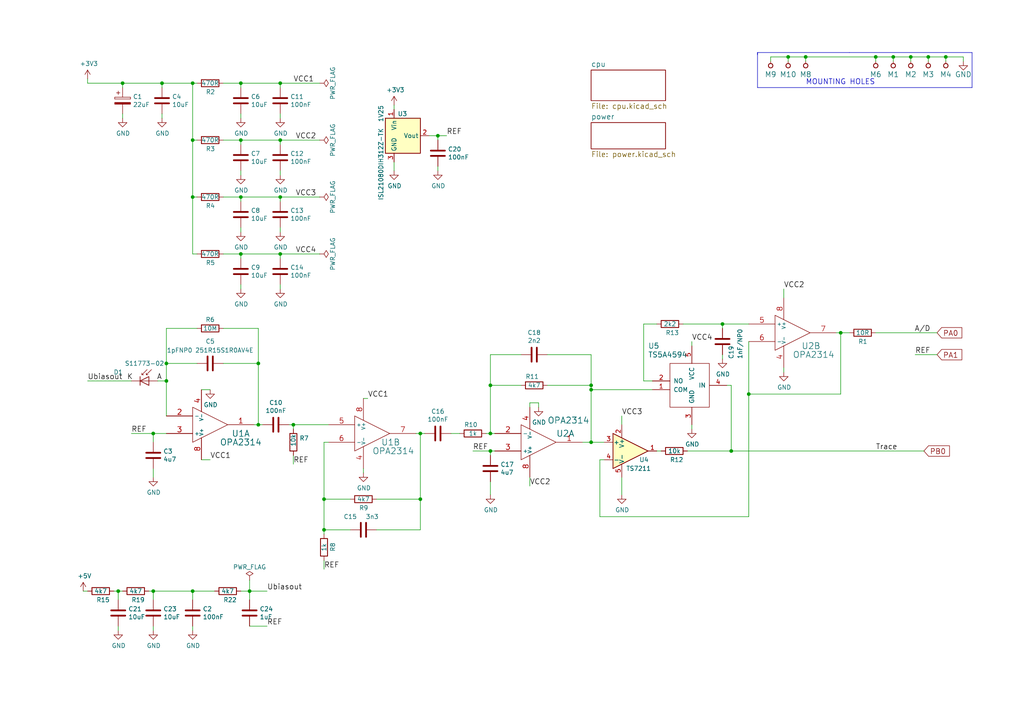
<source format=kicad_sch>
(kicad_sch (version 20230121) (generator eeschema)
  (paper "A4")
  (title_block (title "SPACEDOS01B") (date "2023-01-26") (company "www.ust.cz") (comment 1 "Semiconductor \\nIonizing radiation \\nsatellite spectrometer  \\nand dosimeter ") (comment 3 "Universal Scientific Technologies s.r.o. "))
  (lib_symbols
    (symbol "Amplifier_Operational:OP179GRT" (pin_names (offset 0.127))
      (property "Reference" "U" (at 0 5.08 0))
      (property "Value" "Amplifier_Operational_OP179GRT" (at 0 -5.08 0))
      (symbol "OP179GRT_0_1"
        (polyline (pts (xy -5.08 5.08) (xy 5.08 0) (xy -5.08 -5.08) (xy -5.08 5.08)) (stroke (width 0.254)) (fill (type background)))
        (pin power_in line (at -2.54 7.62 270) (length 3.81) (name "V+") (number "2"))
        (pin power_in line (at -2.54 -7.62 90) (length 3.81) (name "V-") (number "5"))
      )
      (symbol "OP179GRT_1_1"
        (pin output line (at 7.62 0 180) (length 2.54) (name "~") (number "1"))
        (pin input line (at -7.62 2.54 0) (length 2.54) (name "+") (number "3"))
        (pin input line (at -7.62 -2.54 0) (length 2.54) (name "-") (number "4"))
      )
    )
    (symbol "Device:C" (pin_numbers hide) (pin_names (offset 0.254))
      (property "Reference" "C" (at 0.635 2.54 0))
      (property "Value" "Device_C" (at 0.635 -2.54 0))
      (symbol "C_0_1"
        (polyline (pts (xy -2.032 -0.762) (xy 2.032 -0.762)) (stroke (width 0.508)))
        (polyline (pts (xy -2.032 0.762) (xy 2.032 0.762)) (stroke (width 0.508)))
      )
      (symbol "C_1_1"
        (pin passive line (at 0 3.81 270) (length 2.794) (name "~") (number "1"))
        (pin passive line (at 0 -3.81 90) (length 2.794) (name "~") (number "2"))
      )
    )
    (symbol "Device:CP" (pin_numbers hide) (pin_names (offset 0.254))
      (property "Reference" "C" (at 0.635 2.54 0))
      (property "Value" "Device_CP" (at 0.635 -2.54 0))
      (symbol "CP_0_1"
        (rectangle (start -2.286 0.508) (end -2.286 1.016))
        (rectangle (start -2.286 0.508) (end 2.286 0.508))
        (polyline (pts (xy -1.778 2.286) (xy -0.762 2.286)))
        (polyline (pts (xy -1.27 2.794) (xy -1.27 1.778)))
        (rectangle (start 2.286 -0.508) (end -2.286 -1.016) (fill (type outline)))
        (rectangle (start 2.286 1.016) (end -2.286 1.016))
        (rectangle (start 2.286 1.016) (end 2.286 0.508))
      )
      (symbol "CP_1_1"
        (pin passive line (at 0 3.81 270) (length 2.794) (name "~") (number "1"))
        (pin passive line (at 0 -3.81 90) (length 2.794) (name "~") (number "2"))
      )
    )
    (symbol "Device:D_Photo" (pin_numbers hide) (pin_names hide)
      (property "Reference" "D" (at 0.508 1.778 0))
      (property "Value" "Device_D_Photo" (at -1.016 -2.794 0))
      (symbol "D_Photo_0_1"
        (polyline (pts (xy -2.54 1.27) (xy -2.54 -1.27)) (stroke (width 0.2032)))
        (polyline (pts (xy -2.032 1.778) (xy -1.524 1.778)))
        (polyline (pts (xy 0 0) (xy -2.54 0)))
        (polyline (pts (xy -0.508 3.302) (xy -2.032 1.778) (xy -2.032 2.286)))
        (polyline (pts (xy 0 -1.27) (xy 0 1.27) (xy -2.54 0) (xy 0 -1.27)) (stroke (width 0.2032)))
        (polyline (pts (xy 0.762 3.302) (xy -0.762 1.778) (xy -0.762 2.286) (xy -0.762 1.778) (xy -0.254 1.778)))
      )
      (symbol "D_Photo_1_1"
        (pin passive line (at -5.08 0 0) (length 2.54) (name "K") (number "1"))
        (pin passive line (at 2.54 0 180) (length 2.54) (name "A") (number "2"))
      )
    )
    (symbol "Device:R" (pin_numbers hide) (pin_names (offset 0))
      (property "Reference" "R" (at 2.032 0 90))
      (property "Value" "Device_R" (at 0 0 90))
      (symbol "R_0_1"
        (rectangle (start -1.016 -2.54) (end 1.016 2.54) (stroke (width 0.254)))
      )
      (symbol "R_1_1"
        (pin passive line (at 0 3.81 270) (length 1.27) (name "~") (number "1"))
        (pin passive line (at 0 -3.81 90) (length 1.27) (name "~") (number "2"))
      )
    )
    (symbol "MLAB_IO:AD8692"
      (property "Reference" "U" (at 3.81 7.62 0))
      (property "Value" "MLAB_IO_AD8692" (at 3.81 5.08 0))
      (symbol "AD8692_0_1"
        (polyline (pts (xy -5.08 5.08) (xy 5.08 0) (xy -5.08 -5.08) (xy -5.08 5.08)))
      )
      (symbol "AD8692_1_1"
        (pin output line (at 12.7 0 180) (length 7.62) (name "~") (number "1"))
        (pin input line (at -12.7 -2.54 0) (length 7.62) (name "-") (number "2"))
        (pin input line (at -12.7 2.54 0) (length 7.62) (name "+") (number "3"))
        (pin passive line (at -2.54 -10.16 90) (length 6.35) (name "V-") (number "4"))
        (pin passive line (at -2.54 10.16 270) (length 6.35) (name "V+") (number "8"))
      )
      (symbol "AD8692_2_1"
        (pin passive line (at -2.54 -10.16 90) (length 6.35) (name "V-") (number "4"))
        (pin input line (at -12.7 2.54 0) (length 7.62) (name "+") (number "5"))
        (pin input line (at -12.7 -2.54 0) (length 7.62) (name "-") (number "6"))
        (pin output line (at 12.7 0 180) (length 7.62) (name "~") (number "7"))
        (pin passive line (at -2.54 10.16 270) (length 6.35) (name "V+") (number "8"))
      )
    )
    (symbol "MLAB_IO:TS5A4594" (pin_names (offset 1.016))
      (property "Reference" "U" (at 3.81 7.62 0))
      (property "Value" "MLAB_IO_TS5A4594" (at 6.35 -7.62 0))
      (symbol "TS5A4594_0_1"
        (rectangle (start -6.35 6.35) (end 5.08 -6.35))
      )
      (symbol "TS5A4594_1_1"
        (pin passive line (at -11.43 -1.27 0) (length 5.08) (name "COM") (number "1"))
        (pin passive line (at -11.43 1.27 0) (length 5.08) (name "NO") (number "2"))
        (pin power_in line (at 0 -11.43 90) (length 5.08) (name "GND") (number "3"))
        (pin bidirectional line (at 10.16 0 180) (length 5.08) (name "IN") (number "4"))
        (pin power_in line (at 0 11.43 270) (length 5.08) (name "VCC") (number "5"))
      )
    )
    (symbol "MLAB_MECHANICAL:HOLE" (pin_numbers hide) (pin_names (offset 1.016) hide)
      (property "Reference" "M" (at 0 2.54 0))
      (property "Value" "HOLE" (at 0 -2.54 0))
      (symbol "HOLE_0_1"
        (circle (center 0 0) (radius 0.635) (stroke (width 0.254)))
      )
      (symbol "HOLE_1_1"
        (pin input line (at 1.27 0 180) (length 0.635) (name "~") (number "1"))
      )
    )
    (symbol "Reference_Voltage:ISL21070CIH320Z-TK"
      (property "Reference" "U" (at -0.635 8.255 0))
      (property "Value" "Reference_Voltage_ISL21070CIH320Z-TK" (at -1.905 6.35 0))
      (symbol "ISL21070CIH320Z-TK_0_1"
        (rectangle (start -5.08 5.08) (end 5.08 -5.08) (stroke (width 0.254)) (fill (type background)))
      )
      (symbol "ISL21070CIH320Z-TK_1_1"
        (pin power_in line (at -2.54 7.62 270) (length 2.54) (name "Vin") (number "1"))
        (pin power_out line (at 7.62 0 180) (length 2.54) (name "Vout") (number "2"))
        (pin power_in line (at -2.54 -7.62 90) (length 2.54) (name "GND") (number "3"))
      )
    )
    (symbol "power:+3.3V" (power) (pin_names (offset 0))
      (property "Value" "power_+3.3V" (at 0 3.556 0))
      (symbol "+3.3V_0_1"
        (polyline (pts (xy -0.762 1.27) (xy 0 2.54)))
        (polyline (pts (xy 0 0) (xy 0 2.54)))
        (polyline (pts (xy 0 2.54) (xy 0.762 1.27)))
      )
      (symbol "+3.3V_1_1"
        (pin power_in line (at 0 0 90) (length 0) hide (name "+3V3") (number "1"))
      )
    )
    (symbol "power:+5V" (power) (pin_names (offset 0))
      (property "Value" "power_+5V" (at 0 3.556 0))
      (symbol "+5V_0_1"
        (polyline (pts (xy -0.762 1.27) (xy 0 2.54)))
        (polyline (pts (xy 0 0) (xy 0 2.54)))
        (polyline (pts (xy 0 2.54) (xy 0.762 1.27)))
      )
      (symbol "+5V_1_1"
        (pin power_in line (at 0 0 90) (length 0) hide (name "+5V") (number "1"))
      )
    )
    (symbol "power:GND" (power) (pin_names (offset 0))
      (property "Value" "power_GND" (at 0 -3.81 0))
      (symbol "GND_0_1"
        (polyline (pts (xy 0 0) (xy 0 -1.27) (xy 1.27 -1.27) (xy 0 -2.54) (xy -1.27 -1.27) (xy 0 -1.27)))
      )
      (symbol "GND_1_1"
        (pin power_in line (at 0 0 270) (length 0) hide (name "GND") (number "1"))
      )
    )
    (symbol "power:PWR_FLAG" (power) (pin_numbers hide) (pin_names (offset 0) hide)
      (property "Value" "PWR_FLAG" (at 0 3.81 0))
      (symbol "PWR_FLAG_0_0"
        (pin power_out line (at 0 0 90) (length 0) (name "pwr") (number "1"))
      )
      (symbol "PWR_FLAG_0_1"
        (polyline (pts (xy 0 0) (xy 0 1.27) (xy -1.016 1.905) (xy 0 2.54) (xy 1.016 1.905) (xy 0 1.27)))
      )
    )
  )
  (junction (at 46.99 24.13))
  (junction (at 74.93 123.19))
  (junction (at 209.55 93.98))
  (junction (at 44.45 125.73))
  (junction (at 55.88 171.45))
  (junction (at 171.45 111.76))
  (junction (at 233.68 16.51))
  (junction (at 69.85 24.13))
  (junction (at 269.24 16.51))
  (junction (at 69.85 57.15))
  (junction (at 55.88 57.15))
  (junction (at 142.24 111.76))
  (junction (at 35.56 24.13))
  (junction (at 48.26 110.49))
  (junction (at 81.28 24.13))
  (junction (at 142.24 125.73))
  (junction (at 121.92 144.78))
  (junction (at 81.28 40.64))
  (junction (at 212.09 130.81))
  (junction (at 228.6 16.51))
  (junction (at 85.09 123.19))
  (junction (at 48.26 105.41))
  (junction (at 264.16 16.51))
  (junction (at 44.45 171.45))
  (junction (at 55.88 40.64))
  (junction (at 81.28 57.15))
  (junction (at 72.39 171.45))
  (junction (at 142.24 130.81))
  (junction (at 74.93 105.41))
  (junction (at 274.32 16.51))
  (junction (at 254 16.51))
  (junction (at 171.45 113.03))
  (junction (at 127 39.37))
  (junction (at 81.28 73.66))
  (junction (at 93.98 153.67))
  (junction (at 259.08 16.51))
  (junction (at 243.84 96.52))
  (junction (at 171.45 128.27))
  (junction (at 55.88 24.13))
  (junction (at 121.92 125.73))
  (junction (at 69.85 40.64))
  (junction (at 93.98 144.78))
  (junction (at 217.17 114.3))
  (junction (at 69.85 73.66))
  (junction (at 34.29 171.45))
  (wire (pts (xy 274.32 16.51) (xy 269.24 16.51)))
  (wire (pts (xy 34.29 182.88) (xy 34.29 181.61)))
  (wire (pts (xy 69.85 67.31) (xy 69.85 66.04)))
  (wire (pts (xy 233.68 16.51) (xy 254 16.51)))
  (wire (pts (xy 212.09 111.76) (xy 210.82 111.76)))
  (wire (pts (xy 198.12 93.98) (xy 209.55 93.98)))
  (wire (pts (xy 171.45 102.87) (xy 171.45 111.76)))
  (wire (pts (xy 24.13 171.45) (xy 25.4 171.45)))
  (wire (pts (xy 142.24 130.81) (xy 142.24 132.08)))
  (wire (pts (xy 217.17 99.06) (xy 217.17 114.3)))
  (wire (pts (xy 69.85 57.15) (xy 81.28 57.15)))
  (wire (pts (xy 81.28 67.31) (xy 81.28 66.04)))
  (wire (pts (xy 72.39 181.61) (xy 77.47 181.61)))
  (wire (pts (xy 265.43 102.87) (xy 271.78 102.87)))
  (wire (pts (xy 186.69 110.49) (xy 186.69 93.98)))
  (wire (pts (xy 180.34 123.19) (xy 180.34 120.65)))
  (wire (pts (xy 279.4 17.78) (xy 279.4 16.51)))
  (wire (pts (xy 57.15 40.64) (xy 55.88 40.64)))
  (wire (pts (xy 81.28 50.8) (xy 81.28 49.53)))
  (polyline (pts (xy 246.38 25.4) (xy 281.94 25.4)))
  (wire (pts (xy 153.67 118.11) (xy 153.67 116.84)))
  (wire (pts (xy 81.28 58.42) (xy 81.28 57.15)))
  (wire (pts (xy 35.56 25.4) (xy 35.56 24.13)))
  (wire (pts (xy 121.92 144.78) (xy 109.22 144.78)))
  (wire (pts (xy 212.09 111.76) (xy 212.09 130.81)))
  (wire (pts (xy 74.93 123.19) (xy 76.2 123.19)))
  (wire (pts (xy 189.23 110.49) (xy 186.69 110.49)))
  (wire (pts (xy 25.4 110.49) (xy 38.1 110.49)))
  (wire (pts (xy 64.77 73.66) (xy 69.85 73.66)))
  (wire (pts (xy 81.28 74.93) (xy 81.28 73.66)))
  (wire (pts (xy 95.25 128.27) (xy 93.98 128.27)))
  (wire (pts (xy 212.09 130.81) (xy 267.97 130.81)))
  (wire (pts (xy 151.13 111.76) (xy 142.24 111.76)))
  (wire (pts (xy 153.67 138.43) (xy 153.67 140.97)))
  (wire (pts (xy 25.4 24.13) (xy 35.56 24.13)))
  (wire (pts (xy 233.68 16.51) (xy 233.68 17.78)))
  (wire (pts (xy 34.29 171.45) (xy 35.56 171.45)))
  (wire (pts (xy 121.92 125.73) (xy 121.92 144.78)))
  (wire (pts (xy 142.24 102.87) (xy 151.13 102.87)))
  (wire (pts (xy 264.16 16.51) (xy 259.08 16.51)))
  (wire (pts (xy 81.28 73.66) (xy 92.71 73.66)))
  (wire (pts (xy 227.33 107.95) (xy 227.33 106.68)))
  (wire (pts (xy 69.85 73.66) (xy 81.28 73.66)))
  (wire (pts (xy 153.67 116.84) (xy 156.21 116.84)))
  (wire (pts (xy 74.93 105.41) (xy 74.93 123.19)))
  (wire (pts (xy 64.77 40.64) (xy 69.85 40.64)))
  (wire (pts (xy 142.24 111.76) (xy 142.24 102.87)))
  (wire (pts (xy 209.55 93.98) (xy 209.55 95.25)))
  (wire (pts (xy 81.28 25.4) (xy 81.28 24.13)))
  (wire (pts (xy 105.41 137.16) (xy 105.41 135.89)))
  (wire (pts (xy 142.24 139.7) (xy 142.24 143.51)))
  (wire (pts (xy 200.66 124.46) (xy 200.66 123.19)))
  (wire (pts (xy 64.77 24.13) (xy 69.85 24.13)))
  (wire (pts (xy 209.55 93.98) (xy 217.17 93.98)))
  (wire (pts (xy 69.85 171.45) (xy 72.39 171.45)))
  (wire (pts (xy 72.39 171.45) (xy 77.47 171.45)))
  (wire (pts (xy 209.55 104.14) (xy 209.55 102.87)))
  (wire (pts (xy 227.33 86.36) (xy 227.33 83.82)))
  (wire (pts (xy 43.18 171.45) (xy 44.45 171.45)))
  (wire (pts (xy 264.16 17.78) (xy 264.16 16.51)))
  (wire (pts (xy 64.77 95.25) (xy 74.93 95.25)))
  (wire (pts (xy 259.08 16.51) (xy 259.08 17.78)))
  (wire (pts (xy 142.24 125.73) (xy 143.51 125.73)))
  (wire (pts (xy 243.84 96.52) (xy 246.38 96.52)))
  (wire (pts (xy 46.99 25.4) (xy 46.99 24.13)))
  (wire (pts (xy 223.52 16.51) (xy 223.52 17.78)))
  (wire (pts (xy 156.21 116.84) (xy 156.21 118.11)))
  (polyline (pts (xy 219.71 15.24) (xy 219.71 15.875)))
  (wire (pts (xy 143.51 130.81) (xy 142.24 130.81)))
  (wire (pts (xy 121.92 153.67) (xy 121.92 144.78)))
  (wire (pts (xy 46.99 34.29) (xy 46.99 33.02)))
  (wire (pts (xy 171.45 113.03) (xy 171.45 128.27)))
  (wire (pts (xy 140.97 125.73) (xy 142.24 125.73)))
  (wire (pts (xy 81.28 24.13) (xy 92.71 24.13)))
  (wire (pts (xy 114.3 46.99) (xy 114.3 49.53)))
  (wire (pts (xy 130.81 125.73) (xy 133.35 125.73)))
  (wire (pts (xy 69.85 41.91) (xy 69.85 40.64)))
  (wire (pts (xy 38.1 125.73) (xy 44.45 125.73)))
  (wire (pts (xy 254 16.51) (xy 259.08 16.51)))
  (wire (pts (xy 158.75 102.87) (xy 171.45 102.87)))
  (wire (pts (xy 279.4 16.51) (xy 274.32 16.51)))
  (wire (pts (xy 57.15 57.15) (xy 55.88 57.15)))
  (wire (pts (xy 199.39 130.81) (xy 212.09 130.81)))
  (wire (pts (xy 81.28 83.82) (xy 81.28 82.55)))
  (wire (pts (xy 93.98 162.56) (xy 93.98 165.1)))
  (wire (pts (xy 180.34 143.51) (xy 180.34 138.43)))
  (wire (pts (xy 81.28 41.91) (xy 81.28 40.64)))
  (wire (pts (xy 69.85 58.42) (xy 69.85 57.15)))
  (wire (pts (xy 72.39 171.45) (xy 72.39 173.99)))
  (wire (pts (xy 55.88 73.66) (xy 57.15 73.66)))
  (wire (pts (xy 93.98 153.67) (xy 93.98 154.94)))
  (wire (pts (xy 64.77 57.15) (xy 69.85 57.15)))
  (wire (pts (xy 233.68 16.51) (xy 228.6 16.51)))
  (wire (pts (xy 58.42 113.03) (xy 60.96 113.03)))
  (wire (pts (xy 33.02 171.45) (xy 34.29 171.45)))
  (wire (pts (xy 55.88 57.15) (xy 55.88 73.66)))
  (wire (pts (xy 74.93 95.25) (xy 74.93 105.41)))
  (wire (pts (xy 69.85 24.13) (xy 81.28 24.13)))
  (wire (pts (xy 85.09 124.46) (xy 85.09 123.19)))
  (polyline (pts (xy 219.71 15.24) (xy 219.71 25.4)))
  (wire (pts (xy 254 96.52) (xy 271.78 96.52)))
  (wire (pts (xy 48.26 105.41) (xy 57.15 105.41)))
  (wire (pts (xy 44.45 128.27) (xy 44.45 125.73)))
  (polyline (pts (xy 246.38 15.24) (xy 219.71 15.24)))
  (wire (pts (xy 55.88 24.13) (xy 55.88 40.64)))
  (wire (pts (xy 217.17 114.3) (xy 217.17 149.86)))
  (wire (pts (xy 72.39 168.275) (xy 72.39 171.45)))
  (wire (pts (xy 269.24 17.78) (xy 269.24 16.51)))
  (wire (pts (xy 44.45 173.99) (xy 44.45 171.45)))
  (wire (pts (xy 85.09 132.08) (xy 85.09 134.62)))
  (wire (pts (xy 228.6 16.51) (xy 223.52 16.51)))
  (wire (pts (xy 55.88 24.13) (xy 57.15 24.13)))
  (wire (pts (xy 200.66 100.33) (xy 200.66 99.06)))
  (polyline (pts (xy 219.71 25.4) (xy 246.38 25.4)))
  (polyline (pts (xy 281.94 15.24) (xy 281.94 25.4)))
  (wire (pts (xy 105.41 115.57) (xy 106.68 115.57)))
  (wire (pts (xy 173.99 149.86) (xy 173.99 133.35)))
  (wire (pts (xy 64.77 105.41) (xy 74.93 105.41)))
  (wire (pts (xy 81.28 57.15) (xy 92.71 57.15)))
  (wire (pts (xy 69.85 34.29) (xy 69.85 33.02)))
  (wire (pts (xy 74.93 123.19) (xy 73.66 123.19)))
  (wire (pts (xy 121.92 125.73) (xy 123.19 125.73)))
  (wire (pts (xy 93.98 144.78) (xy 93.98 153.67)))
  (wire (pts (xy 137.16 130.81) (xy 142.24 130.81)))
  (wire (pts (xy 93.98 128.27) (xy 93.98 144.78)))
  (wire (pts (xy 34.29 173.99) (xy 34.29 171.45)))
  (wire (pts (xy 69.85 83.82) (xy 69.85 82.55)))
  (wire (pts (xy 254 17.78) (xy 254 16.51)))
  (wire (pts (xy 274.32 17.78) (xy 274.32 16.51)))
  (wire (pts (xy 44.45 125.73) (xy 48.26 125.73)))
  (wire (pts (xy 58.42 133.35) (xy 60.96 133.35)))
  (wire (pts (xy 69.85 25.4) (xy 69.85 24.13)))
  (wire (pts (xy 45.72 110.49) (xy 48.26 110.49)))
  (wire (pts (xy 171.45 128.27) (xy 175.26 128.27)))
  (wire (pts (xy 48.26 95.25) (xy 48.26 105.41)))
  (wire (pts (xy 242.57 96.52) (xy 243.84 96.52)))
  (wire (pts (xy 55.88 182.88) (xy 55.88 181.61)))
  (wire (pts (xy 158.75 111.76) (xy 171.45 111.76)))
  (wire (pts (xy 228.6 17.78) (xy 228.6 16.51)))
  (wire (pts (xy 101.6 153.67) (xy 93.98 153.67)))
  (wire (pts (xy 114.3 30.48) (xy 114.3 31.75)))
  (wire (pts (xy 81.28 40.64) (xy 92.71 40.64)))
  (wire (pts (xy 55.88 171.45) (xy 62.23 171.45)))
  (wire (pts (xy 109.22 153.67) (xy 121.92 153.67)))
  (wire (pts (xy 173.99 133.35) (xy 175.26 133.35)))
  (wire (pts (xy 168.91 128.27) (xy 171.45 128.27)))
  (wire (pts (xy 35.56 34.29) (xy 35.56 33.02)))
  (wire (pts (xy 48.26 110.49) (xy 48.26 120.65)))
  (wire (pts (xy 243.84 96.52) (xy 243.84 114.3)))
  (wire (pts (xy 101.6 144.78) (xy 93.98 144.78)))
  (wire (pts (xy 190.5 130.81) (xy 191.77 130.81)))
  (wire (pts (xy 44.45 138.43) (xy 44.45 135.89)))
  (polyline (pts (xy 246.38 15.24) (xy 281.94 15.24)))
  (wire (pts (xy 44.45 171.45) (xy 55.88 171.45)))
  (wire (pts (xy 25.4 22.86) (xy 25.4 24.13)))
  (wire (pts (xy 81.28 34.29) (xy 81.28 33.02)))
  (wire (pts (xy 35.56 24.13) (xy 46.99 24.13)))
  (wire (pts (xy 44.45 182.88) (xy 44.45 181.61)))
  (wire (pts (xy 120.65 125.73) (xy 121.92 125.73)))
  (wire (pts (xy 83.82 123.19) (xy 85.09 123.19)))
  (wire (pts (xy 186.69 93.98) (xy 190.5 93.98)))
  (wire (pts (xy 69.85 40.64) (xy 81.28 40.64)))
  (wire (pts (xy 55.88 40.64) (xy 55.88 57.15)))
  (wire (pts (xy 127 40.64) (xy 127 39.37)))
  (wire (pts (xy 85.09 123.19) (xy 95.25 123.19)))
  (wire (pts (xy 171.45 111.76) (xy 171.45 113.03)))
  (wire (pts (xy 69.85 74.93) (xy 69.85 73.66)))
  (wire (pts (xy 55.88 173.99) (xy 55.88 171.45)))
  (wire (pts (xy 269.24 16.51) (xy 264.16 16.51)))
  (wire (pts (xy 48.26 105.41) (xy 48.26 110.49)))
  (wire (pts (xy 217.17 149.86) (xy 173.99 149.86)))
  (wire (pts (xy 142.24 125.73) (xy 142.24 111.76)))
  (wire (pts (xy 69.85 50.8) (xy 69.85 49.53)))
  (wire (pts (xy 57.15 95.25) (xy 48.26 95.25)))
  (wire (pts (xy 124.46 39.37) (xy 127 39.37)))
  (wire (pts (xy 127 49.53) (xy 127 48.26)))
  (wire (pts (xy 46.99 24.13) (xy 55.88 24.13)))
  (wire (pts (xy 127 39.37) (xy 129.54 39.37)))
  (wire (pts (xy 171.45 113.03) (xy 189.23 113.03)))
  (wire (pts (xy 243.84 114.3) (xy 217.17 114.3)))
  (text "MOUNTING HOLES" (at 233.68 24.765 0) (effects (font (size 1.524 1.524)) (justify left bottom)))
  (label "REF" (at 129.54 39.37 0) (effects (font (size 1.524 1.524))))
  (label "REF" (at 93.98 165.1 0) (effects (font (size 1.524 1.524))))
  (label "VCC4" (at 200.66 99.06 0) (effects (font (size 1.524 1.524))))
  (label "Ubiasout" (at 77.47 171.45 0) (effects (font (size 1.524 1.524))))
  (label "A/D" (at 269.875 96.52 180) (effects (font (size 1.524 1.524))))
  (label "VCC2" (at 153.67 140.97 0) (effects (font (size 1.524 1.524))))
  (label "A" (at 46.99 110.49 180) (effects (font (size 1.524 1.524))))
  (label "VCC3" (at 180.34 120.65 0) (effects (font (size 1.524 1.524))))
  (label "REF" (at 265.43 102.87 0) (effects (font (size 1.524 1.524))))
  (label "VCC1" (at 85.09 24.13 0) (effects (font (size 1.524 1.524))))
  (label "REF" (at 85.09 134.62 0) (effects (font (size 1.524 1.524))))
  (label "REF" (at 77.47 181.61 0) (effects (font (size 1.524 1.524))))
  (label "VCC4" (at 85.725 73.66 0) (effects (font (size 1.524 1.524))))
  (label "VCC2" (at 227.33 83.82 0) (effects (font (size 1.524 1.524))))
  (label "VCC2" (at 85.725 40.64 0) (effects (font (size 1.524 1.524))))
  (label "REF" (at 38.1 125.73 0) (effects (font (size 1.524 1.524))))
  (label "Trace" (at 254 130.81 0) (effects (font (size 1.524 1.524))))
  (label "REF" (at 137.16 130.81 0) (effects (font (size 1.524 1.524))))
  (label "VCC1" (at 106.68 115.57 0) (effects (font (size 1.524 1.524))))
  (label "K" (at 36.83 110.49 0) (effects (font (size 1.524 1.524))))
  (label "Ubiasout" (at 25.4 110.49 0) (effects (font (size 1.524 1.524))))
  (label "VCC1" (at 60.96 133.35 0) (effects (font (size 1.524 1.524))))
  (label "VCC3" (at 85.725 57.15 0) (effects (font (size 1.524 1.524))))
  (global_label "PA0" (shape input) (at 271.78 96.52 0) (effects (font (size 1.524 1.524))) (property "Intersheetrefs" "${INTERSHEET_REFS}" (effects hide)))
  (global_label "PA1" (shape input) (at 271.78 102.87 0) (effects (font (size 1.524 1.524))) (property "Intersheetrefs" "${INTERSHEET_REFS}" (effects hide)))
  (global_label "PB0" (shape input) (at 267.97 130.81 0) (effects (font (size 1.524 1.524))) (property "Intersheetrefs" "${INTERSHEET_REFS}" (effects hide)))
  (symbol (lib_id "MLAB_MECHANICAL:HOLE") (at 264.16 19.05 90) (unit 1)
    (property "Reference" "M2" (at 264.16 21.59 90) (effects (font (size 1.524 1.524))))
    (property "Value" "HOLE" (effects hide))
    (property "Footprint" "Mlab_Mechanical:MountingHole_3mm" (effects hide))
  )
  (symbol (lib_id "MLAB_IO:AD8692") (at 60.96 123.19 0) (mirror x) (unit 1)
    (property "Reference" "U1" (at 69.85 125.73 0) (effects (font (size 1.778 1.778))))
    (property "Value" "OPA2314" (at 69.85 128.27 0) (effects (font (size 1.778 1.778))))
    (property "Footprint" "Mlab_IO:SOIC-8_3.9x4.9mm_Pitch1.27mm" (effects hide))
  )
  (symbol (lib_id "MLAB_IO:AD8692") (at 156.21 128.27 0) (mirror x) (unit 1)
    (property "Reference" "U2" (at 161.29 125.73 0) (effects (font (size 1.778 1.778)) (justify left)))
    (property "Value" "OPA2314" (at 158.75 121.92 0) (effects (font (size 1.778 1.778)) (justify left)))
    (property "Footprint" "Mlab_IO:SOIC-8_3.9x4.9mm_Pitch1.27mm" (effects hide))
  )
  (symbol (lib_id "MLAB_IO:AD8692") (at 107.95 125.73 0) (unit 2)
    (property "Reference" "U1" (at 110.49 128.27 0) (effects (font (size 1.778 1.778)) (justify left)))
    (property "Value" "OPA2314" (at 107.95 130.81 0) (effects (font (size 1.778 1.778)) (justify left)))
    (property "Footprint" "Mlab_IO:SOIC-8_3.9x4.9mm_Pitch1.27mm" (effects hide))
  )
  (symbol (lib_id "MLAB_IO:AD8692") (at 229.87 96.52 0) (unit 2)
    (property "Reference" "U2" (at 232.41 100.33 0) (effects (font (size 1.778 1.778)) (justify left)))
    (property "Value" "OPA2314" (at 229.87 102.87 0) (effects (font (size 1.778 1.778)) (justify left)))
    (property "Footprint" "Mlab_IO:SOIC-8_3.9x4.9mm_Pitch1.27mm" (effects hide))
  )
  (symbol (lib_id "Device:C") (at 44.45 132.08 0) (unit 1)
    (property "Reference" "C3" (at 47.371 130.9116 0) (effects (justify left)))
    (property "Value" "4u7" (at 47.371 133.223 0) (effects (justify left)))
    (property "Footprint" "Mlab_R:SMD-0805" (effects hide))
  )
  (symbol (lib_id "power:GND") (at 60.96 113.03 0) (unit 1)
    (property "Reference" "#PWR04" (effects hide))
    (property "Value" "GND" (at 61.087 117.4242 0))
  )
  (symbol (lib_id "power:GND") (at 105.41 137.16 0) (unit 1)
    (property "Reference" "#PWR05" (effects hide))
    (property "Value" "GND" (at 105.537 141.5542 0))
  )
  (symbol (lib_id "power:GND") (at 44.45 138.43 0) (unit 1)
    (property "Reference" "#PWR06" (effects hide))
    (property "Value" "GND" (at 44.577 142.8242 0))
  )
  (symbol (lib_id "Device:C") (at 60.96 105.41 270) (unit 1)
    (property "Reference" "C5" (at 60.96 99.0092 90))
    (property "Value" "1pFNP0 251R15S1R0AV4E" (at 60.96 101.6 90))
    (property "Footprint" "Mlab_R:SMD-0805" (effects hide))
  )
  (symbol (lib_id "Device:R") (at 60.96 95.25 270) (unit 1)
    (property "Reference" "R6" (at 60.96 92.71 90))
    (property "Value" "10M" (at 60.96 95.25 90))
    (property "Footprint" "Mlab_R:SMD-0805" (effects hide))
  )
  (symbol (lib_id "Device:R") (at 85.09 128.27 180) (unit 1)
    (property "Reference" "R7" (at 86.868 127.1016 0) (effects (justify right)))
    (property "Value" "10k" (at 85.09 129.54 90) (effects (justify right)))
    (property "Footprint" "Mlab_R:SMD-0805" (effects hide))
  )
  (symbol (lib_id "Device:C") (at 80.01 123.19 270) (unit 1)
    (property "Reference" "C10" (at 80.01 116.7892 90))
    (property "Value" "100nF" (at 80.01 119.1006 90))
    (property "Footprint" "Mlab_R:SMD-0805" (effects hide))
  )
  (symbol (lib_id "Device:R") (at 105.41 144.78 270) (unit 1)
    (property "Reference" "R9" (at 104.14 147.32 90) (effects (justify left)))
    (property "Value" "4k7" (at 105.41 144.78 90))
    (property "Footprint" "Mlab_R:SMD-0805" (effects hide))
  )
  (symbol (lib_id "Device:C") (at 105.41 153.67 270) (unit 1)
    (property "Reference" "C15" (at 101.6 149.86 90))
    (property "Value" "3n3" (at 107.95 149.86 90))
    (property "Footprint" "Mlab_R:SMD-0805" (effects hide))
  )
  (symbol (lib_id "Device:R") (at 93.98 158.75 0) (unit 1)
    (property "Reference" "R8" (at 96.52 160.02 90) (effects (justify left)))
    (property "Value" "1k" (at 93.98 158.75 90))
    (property "Footprint" "Mlab_R:SMD-0805" (effects hide))
  )
  (symbol (lib_id "Device:C") (at 127 125.73 270) (unit 1)
    (property "Reference" "C16" (at 127 119.3292 90))
    (property "Value" "100nF" (at 127 121.6406 90))
    (property "Footprint" "Mlab_R:SMD-0805" (effects hide))
  )
  (symbol (lib_id "Device:R") (at 137.16 125.73 270) (unit 1)
    (property "Reference" "R10" (at 134.62 123.19 90) (effects (justify left)))
    (property "Value" "1k" (at 137.16 125.73 90))
    (property "Footprint" "Mlab_R:SMD-0805" (effects hide))
  )
  (symbol (lib_id "Amplifier_Operational:OP179GRT") (at 182.88 130.81 0) (unit 1)
    (property "Reference" "U4" (at 185.42 133.35 0) (effects (justify left)))
    (property "Value" "TS7211" (at 181.61 135.89 0) (effects (justify left)))
    (property "Footprint" "Package_TO_SOT_SMD:SOT-23-5_HandSoldering" (effects hide))
    (property "Datasheet" "http://www.analog.com/media/en/technical-documentation/data-sheets/OP179_279.pdf" (effects hide))
  )
  (symbol (lib_id "MLAB_IO:TS5A4594") (at 200.66 111.76 0) (unit 1)
    (property "Reference" "U5" (at 187.96 100.33 0) (effects (font (size 1.524 1.524)) (justify left)))
    (property "Value" "TS5A4594" (at 187.96 102.87 0) (effects (font (size 1.524 1.524)) (justify left)))
    (property "Footprint" "Package_TO_SOT_SMD:SOT-23-5_HandSoldering" (effects hide))
  )
  (symbol (lib_id "Device:R") (at 195.58 130.81 270) (unit 1)
    (property "Reference" "R12" (at 194.31 133.35 90) (effects (justify left)))
    (property "Value" "10k" (at 195.58 130.81 90))
    (property "Footprint" "Mlab_R:SMD-0805" (effects hide))
  )
  (symbol (lib_id "Device:R") (at 194.31 93.98 270) (unit 1)
    (property "Reference" "R13" (at 193.04 96.52 90) (effects (justify left)))
    (property "Value" "2k2" (at 194.31 93.98 90))
    (property "Footprint" "Mlab_R:SMD-0805" (effects hide))
  )
  (symbol (lib_id "Device:C") (at 209.55 99.06 0) (unit 1)
    (property "Reference" "C19" (at 212.09 104.14 90) (effects (justify left)))
    (property "Value" "1nF/NP0" (at 214.63 104.14 90) (effects (justify left)))
    (property "Footprint" "Mlab_R:SMD-0805" (effects hide))
  )
  (symbol (lib_id "MLAB_MECHANICAL:HOLE") (at 269.24 19.05 90) (unit 1)
    (property "Reference" "M3" (at 269.24 21.59 90) (effects (font (size 1.524 1.524))))
    (property "Value" "HOLE" (effects hide))
    (property "Footprint" "Mlab_Mechanical:MountingHole_3mm" (effects hide))
  )
  (symbol (lib_id "MLAB_MECHANICAL:HOLE") (at 274.32 19.05 90) (unit 1)
    (property "Reference" "M4" (at 274.32 21.59 90) (effects (font (size 1.524 1.524))))
    (property "Value" "HOLE" (effects hide))
    (property "Footprint" "Mlab_Mechanical:MountingHole_3mm" (effects hide))
  )
  (symbol (lib_id "power:GND") (at 279.4 17.78 0) (unit 1)
    (property "Reference" "#PWR03" (effects hide))
    (property "Value" "GND" (at 279.4 21.59 0) (effects (font (size 1.524 1.524))))
  )
  (symbol (lib_id "power:GND") (at 156.21 118.11 0) (unit 1)
    (property "Reference" "#PWR07" (effects hide))
    (property "Value" "GND" (at 156.337 122.5042 0))
  )
  (symbol (lib_id "Reference_Voltage:ISL21070CIH320Z-TK") (at 116.84 39.37 0) (unit 1)
    (property "Reference" "U3" (at 118.11 33.02 0) (effects (justify right)))
    (property "Value" "ISL21080DIH312Z-TK  1V25" (at 110.49 30.48 90) (effects (justify right)))
    (property "Footprint" "Package_TO_SOT_SMD:SOT-23" (effects hide))
    (property "Datasheet" "https://eu.mouser.com/datasheet/2/698/REN_isl21080_DST_20040119-1998038.pdf" (effects hide))
  )
  (symbol (lib_id "power:GND") (at 114.3 49.53 0) (unit 1)
    (property "Reference" "#PWR0101" (effects hide))
    (property "Value" "GND" (at 114.427 53.9242 0))
  )
  (symbol (lib_id "power:GND") (at 127 49.53 0) (unit 1)
    (property "Reference" "#PWR0102" (effects hide))
    (property "Value" "GND" (at 127.127 53.9242 0))
  )
  (symbol (lib_id "Device:C") (at 127 44.45 0) (unit 1)
    (property "Reference" "C20" (at 129.921 43.2816 0) (effects (justify left)))
    (property "Value" "100nF" (at 129.921 45.593 0) (effects (justify left)))
    (property "Footprint" "Mlab_R:SMD-0805" (effects hide))
  )
  (symbol (lib_id "Device:C") (at 142.24 135.89 0) (unit 1)
    (property "Reference" "C17" (at 145.161 134.7216 0) (effects (justify left)))
    (property "Value" "4u7" (at 145.161 137.033 0) (effects (justify left)))
    (property "Footprint" "Mlab_R:SMD-0805" (effects hide))
  )
  (symbol (lib_id "power:GND") (at 142.24 143.51 0) (unit 1)
    (property "Reference" "#PWR08" (effects hide))
    (property "Value" "GND" (at 142.367 147.9042 0))
  )
  (symbol (lib_id "Device:C") (at 154.94 102.87 270) (unit 1)
    (property "Reference" "C18" (at 154.94 96.4692 90))
    (property "Value" "2n2" (at 154.94 98.7806 90))
    (property "Footprint" "Mlab_R:SMD-0805" (effects hide))
  )
  (symbol (lib_id "Device:R") (at 154.94 111.76 270) (unit 1)
    (property "Reference" "R11" (at 152.4 109.22 90) (effects (justify left)))
    (property "Value" "4k7" (at 154.94 111.76 90))
    (property "Footprint" "Mlab_R:SMD-0805" (effects hide))
  )
  (symbol (lib_id "power:GND") (at 180.34 143.51 0) (unit 1)
    (property "Reference" "#PWR09" (effects hide))
    (property "Value" "GND" (at 180.467 147.9042 0))
  )
  (symbol (lib_id "power:GND") (at 200.66 124.46 0) (unit 1)
    (property "Reference" "#PWR011" (effects hide))
    (property "Value" "GND" (at 200.787 128.8542 0))
  )
  (symbol (lib_id "power:GND") (at 209.55 104.14 0) (unit 1)
    (property "Reference" "#PWR012" (effects hide))
    (property "Value" "GND" (at 209.677 108.5342 0))
  )
  (symbol (lib_id "power:GND") (at 227.33 107.95 0) (unit 1)
    (property "Reference" "#PWR013" (effects hide))
    (property "Value" "GND" (at 227.457 112.3442 0))
  )
  (symbol (lib_id "Device:R") (at 60.96 24.13 270) (unit 1)
    (property "Reference" "R2" (at 59.69 26.67 90) (effects (justify left)))
    (property "Value" "470R" (at 60.96 24.13 90))
    (property "Footprint" "Mlab_R:SMD-0805" (effects hide))
  )
  (symbol (lib_id "Device:CP") (at 35.56 29.21 0) (unit 1)
    (property "Reference" "C1" (at 38.5572 28.0416 0) (effects (justify left)))
    (property "Value" "22uF" (at 38.5572 30.353 0) (effects (justify left)))
    (property "Footprint" "Mlab_C:TantalC_SizeC_Reflow" (effects hide))
  )
  (symbol (lib_id "Device:C") (at 46.99 29.21 0) (unit 1)
    (property "Reference" "C4" (at 49.911 28.0416 0) (effects (justify left)))
    (property "Value" "10uF" (at 49.911 30.353 0) (effects (justify left)))
    (property "Footprint" "Mlab_R:SMD-0805" (effects hide))
  )
  (symbol (lib_id "Device:C") (at 69.85 29.21 0) (unit 1)
    (property "Reference" "C6" (at 72.771 28.0416 0) (effects (justify left)))
    (property "Value" "10uF" (at 72.771 30.353 0) (effects (justify left)))
    (property "Footprint" "Mlab_R:SMD-0805" (effects hide))
  )
  (symbol (lib_id "Device:C") (at 81.28 29.21 0) (unit 1)
    (property "Reference" "C11" (at 84.201 28.0416 0) (effects (justify left)))
    (property "Value" "100nF" (at 84.201 30.353 0) (effects (justify left)))
    (property "Footprint" "Mlab_R:SMD-0805" (effects hide))
  )
  (symbol (lib_id "MLAB_MECHANICAL:HOLE") (at 254 19.05 90) (unit 1)
    (property "Reference" "M6" (at 254 21.59 90) (effects (font (size 1.524 1.524))))
    (property "Value" "BMI-S-210-F" (effects hide))
    (property "Footprint" "Mlab_Mechanical:BMI-S-210-F" (effects hide))
  )
  (symbol (lib_id "power:GND") (at 35.56 34.29 0) (unit 1)
    (property "Reference" "#PWR016" (effects hide))
    (property "Value" "GND" (at 35.687 38.6842 0))
  )
  (symbol (lib_id "power:GND") (at 46.99 34.29 0) (unit 1)
    (property "Reference" "#PWR017" (effects hide))
    (property "Value" "GND" (at 47.117 38.6842 0))
  )
  (symbol (lib_id "power:GND") (at 69.85 34.29 0) (unit 1)
    (property "Reference" "#PWR018" (effects hide))
    (property "Value" "GND" (at 69.977 38.6842 0))
  )
  (symbol (lib_id "power:GND") (at 81.28 34.29 0) (unit 1)
    (property "Reference" "#PWR019" (effects hide))
    (property "Value" "GND" (at 81.407 38.6842 0))
  )
  (symbol (lib_id "Device:R") (at 60.96 40.64 270) (unit 1)
    (property "Reference" "R3" (at 59.69 43.18 90) (effects (justify left)))
    (property "Value" "470R" (at 60.96 40.64 90))
    (property "Footprint" "Mlab_R:SMD-0805" (effects hide))
  )
  (symbol (lib_id "Device:C") (at 69.85 45.72 0) (unit 1)
    (property "Reference" "C7" (at 72.771 44.5516 0) (effects (justify left)))
    (property "Value" "10uF" (at 72.771 46.863 0) (effects (justify left)))
    (property "Footprint" "Mlab_R:SMD-0805" (effects hide))
  )
  (symbol (lib_id "Device:C") (at 81.28 45.72 0) (unit 1)
    (property "Reference" "C12" (at 84.201 44.5516 0) (effects (justify left)))
    (property "Value" "100nF" (at 84.201 46.863 0) (effects (justify left)))
    (property "Footprint" "Mlab_R:SMD-0805" (effects hide))
  )
  (symbol (lib_id "power:GND") (at 69.85 50.8 0) (unit 1)
    (property "Reference" "#PWR020" (effects hide))
    (property "Value" "GND" (at 69.977 55.1942 0))
  )
  (symbol (lib_id "power:GND") (at 81.28 50.8 0) (unit 1)
    (property "Reference" "#PWR021" (effects hide))
    (property "Value" "GND" (at 81.407 55.1942 0))
  )
  (symbol (lib_id "Device:R") (at 60.96 57.15 270) (unit 1)
    (property "Reference" "R4" (at 59.69 59.69 90) (effects (justify left)))
    (property "Value" "470R" (at 60.96 57.15 90))
    (property "Footprint" "Mlab_R:SMD-0805" (effects hide))
  )
  (symbol (lib_id "Device:C") (at 69.85 62.23 0) (unit 1)
    (property "Reference" "C8" (at 72.771 61.0616 0) (effects (justify left)))
    (property "Value" "10uF" (at 72.771 63.373 0) (effects (justify left)))
    (property "Footprint" "Mlab_R:SMD-0805" (effects hide))
  )
  (symbol (lib_id "Device:C") (at 81.28 62.23 0) (unit 1)
    (property "Reference" "C13" (at 84.201 61.0616 0) (effects (justify left)))
    (property "Value" "100nF" (at 84.201 63.373 0) (effects (justify left)))
    (property "Footprint" "Mlab_R:SMD-0805" (effects hide))
  )
  (symbol (lib_id "power:GND") (at 69.85 67.31 0) (unit 1)
    (property "Reference" "#PWR022" (effects hide))
    (property "Value" "GND" (at 69.977 71.7042 0))
  )
  (symbol (lib_id "power:GND") (at 81.28 67.31 0) (unit 1)
    (property "Reference" "#PWR023" (effects hide))
    (property "Value" "GND" (at 81.407 71.7042 0))
  )
  (symbol (lib_id "Device:R") (at 60.96 73.66 270) (unit 1)
    (property "Reference" "R5" (at 59.69 76.2 90) (effects (justify left)))
    (property "Value" "470R" (at 60.96 73.66 90))
    (property "Footprint" "Mlab_R:SMD-0805" (effects hide))
  )
  (symbol (lib_id "Device:C") (at 69.85 78.74 0) (unit 1)
    (property "Reference" "C9" (at 72.771 77.5716 0) (effects (justify left)))
    (property "Value" "10uF" (at 72.771 79.883 0) (effects (justify left)))
    (property "Footprint" "Mlab_R:SMD-0805" (effects hide))
  )
  (symbol (lib_id "Device:C") (at 81.28 78.74 0) (unit 1)
    (property "Reference" "C14" (at 84.201 77.5716 0) (effects (justify left)))
    (property "Value" "100nF" (at 84.201 79.883 0) (effects (justify left)))
    (property "Footprint" "Mlab_R:SMD-0805" (effects hide))
  )
  (symbol (lib_id "power:GND") (at 69.85 83.82 0) (unit 1)
    (property "Reference" "#PWR024" (effects hide))
    (property "Value" "GND" (at 69.977 88.2142 0))
  )
  (symbol (lib_id "power:GND") (at 81.28 83.82 0) (unit 1)
    (property "Reference" "#PWR025" (effects hide))
    (property "Value" "GND" (at 81.407 88.2142 0))
  )
  (symbol (lib_id "Device:R") (at 250.19 96.52 270) (unit 1)
    (property "Reference" "R1" (at 248.92 99.06 90) (effects (justify left)))
    (property "Value" "10R" (at 250.19 96.52 90))
    (property "Footprint" "Mlab_R:SMD-0805" (effects hide))
  )
  (symbol (lib_id "MLAB_MECHANICAL:HOLE") (at 259.08 19.05 90) (unit 1)
    (property "Reference" "M1" (at 259.08 21.59 90) (effects (font (size 1.524 1.524))))
    (property "Value" "HOLE" (effects hide))
    (property "Footprint" "Mlab_Mechanical:MountingHole_3mm" (effects hide))
  )
  (symbol (lib_id "Device:C") (at 55.88 177.8 0) (unit 1)
    (property "Reference" "C2" (at 58.801 176.6316 0) (effects (justify left)))
    (property "Value" "100nF" (at 58.801 178.943 0) (effects (justify left)))
    (property "Footprint" "Mlab_R:SMD-0805" (effects hide))
  )
  (symbol (lib_id "power:GND") (at 55.88 182.88 0) (unit 1)
    (property "Reference" "#PWR0119" (effects hide))
    (property "Value" "GND" (at 56.007 187.2742 0))
  )
  (symbol (lib_id "power:+5V") (at 24.13 171.45 0) (unit 1)
    (property "Reference" "#PWR0103" (effects hide))
    (property "Value" "+5V" (at 24.511 167.0558 0))
  )
  (symbol (lib_id "Device:R") (at 29.21 171.45 270) (unit 1)
    (property "Reference" "R15" (at 27.94 173.99 90) (effects (justify left)))
    (property "Value" "4k7" (at 29.21 171.45 90))
    (property "Footprint" "Mlab_R:SMD-0805" (effects hide))
  )
  (symbol (lib_id "Device:C") (at 34.29 177.8 0) (unit 1)
    (property "Reference" "C21" (at 37.211 176.6316 0) (effects (justify left)))
    (property "Value" "10uF" (at 37.211 178.943 0) (effects (justify left)))
    (property "Footprint" "Mlab_R:SMD-0805" (effects hide))
  )
  (symbol (lib_id "Device:R") (at 39.37 171.45 270) (unit 1)
    (property "Reference" "R19" (at 38.1 173.99 90) (effects (justify left)))
    (property "Value" "4k7" (at 39.37 171.45 90))
    (property "Footprint" "Mlab_R:SMD-0805" (effects hide))
  )
  (symbol (lib_id "Device:C") (at 44.45 177.8 0) (unit 1)
    (property "Reference" "C23" (at 47.371 176.6316 0) (effects (justify left)))
    (property "Value" "10uF" (at 47.371 178.943 0) (effects (justify left)))
    (property "Footprint" "Mlab_R:SMD-0805" (effects hide))
  )
  (symbol (lib_id "Device:R") (at 66.04 171.45 270) (unit 1)
    (property "Reference" "R22" (at 64.77 173.99 90) (effects (justify left)))
    (property "Value" "4k7" (at 66.04 171.45 90))
    (property "Footprint" "Mlab_R:SMD-0805" (effects hide))
  )
  (symbol (lib_id "Device:C") (at 72.39 177.8 0) (unit 1)
    (property "Reference" "C24" (at 75.311 176.6316 0) (effects (justify left)))
    (property "Value" "1uF" (at 75.311 178.943 0) (effects (justify left)))
    (property "Footprint" "Mlab_R:SMD-0805" (effects hide))
  )
  (symbol (lib_id "power:GND") (at 34.29 182.88 0) (unit 1)
    (property "Reference" "#PWR0104" (effects hide))
    (property "Value" "GND" (at 34.417 187.2742 0))
  )
  (symbol (lib_id "power:GND") (at 44.45 182.88 0) (unit 1)
    (property "Reference" "#PWR0105" (effects hide))
    (property "Value" "GND" (at 44.577 187.2742 0))
  )
  (symbol (lib_id "power:+3.3V") (at 25.4 22.86 0) (unit 1)
    (property "Reference" "#PWR0106" (effects hide))
    (property "Value" "+3.3V" (at 25.781 18.4658 0))
  )
  (symbol (lib_id "power:+3.3V") (at 114.3 30.48 0) (unit 1)
    (property "Reference" "#PWR0107" (effects hide))
    (property "Value" "+3.3V" (at 114.681 26.0858 0))
  )
  (symbol (lib_id "MLAB_MECHANICAL:HOLE") (at 233.68 19.05 90) (unit 1)
    (property "Reference" "M8" (at 233.68 21.59 90) (effects (font (size 1.524 1.524))))
    (property "Value" "BMI-S-204-F" (effects hide))
    (property "Footprint" "RF_Shielding:Laird_Technologies_BMI-S-204-F_32.00x32.00mm" (effects hide))
  )
  (symbol (lib_id "Device:D_Photo") (at 43.18 110.49 0) (unit 1)
    (property "Reference" "D1" (at 34.29 107.95 0))
    (property "Value" "S11773-02" (at 41.91 105.41 0))
    (property "Footprint" "Mlab_D:HAMAMATSU_S11773-02" (effects hide))
  )
  (symbol (lib_id "MLAB_MECHANICAL:HOLE") (at 223.52 19.05 90) (unit 1)
    (property "Reference" "M9" (at 223.52 21.59 90) (effects (font (size 1.524 1.524))))
    (property "Value" "BMI-S-204-F" (effects hide))
    (property "Footprint" "RF_Shielding:Laird_Technologies_BMI-S-204-F_32.00x32.00mm" (effects hide))
  )
  (symbol (lib_id "MLAB_MECHANICAL:HOLE") (at 228.6 19.05 90) (unit 1)
    (property "Reference" "M10" (at 228.6 21.59 90) (effects (font (size 1.524 1.524))))
    (property "Value" "BMI-S-204-F" (effects hide))
    (property "Footprint" "RF_Shielding:Laird_Technologies_BMI-S-204-F_32.00x32.00mm" (effects hide))
  )
  (symbol (lib_id "power:PWR_FLAG") (at 92.71 57.15 270) (unit 1)
    (property "Reference" "#FLG0108" (effects hide))
    (property "Value" "PWR_FLAG" (at 96.52 57.15 0))
  )
  (symbol (lib_id "power:PWR_FLAG") (at 92.71 40.64 270) (unit 1)
    (property "Reference" "#FLG0106" (effects hide))
    (property "Value" "PWR_FLAG" (at 96.52 40.64 0))
  )
  (symbol (lib_id "power:PWR_FLAG") (at 92.71 73.66 270) (unit 1)
    (property "Reference" "#FLG0107" (effects hide))
    (property "Value" "PWR_FLAG" (at 96.52 73.66 0))
  )
  (symbol (lib_id "power:PWR_FLAG") (at 92.71 24.13 270) (unit 1)
    (property "Reference" "#FLG0104" (effects hide))
    (property "Value" "PWR_FLAG" (at 96.52 24.13 0))
  )
  (symbol (lib_id "power:PWR_FLAG") (at 72.39 168.275 0) (unit 1)
    (property "Reference" "#FLG0103" (effects hide))
    (property "Value" "PWR_FLAG" (at 72.39 164.465 0))
  )
  (sheet (at 171.45 20.32) (size 21.59 8.89)
    (property "Sheetname" "cpu" (at 171.45 19.4814 0) (effects (font (size 1.524 1.524)) (justify left bottom)))
    (property "Sheetfile" "cpu.kicad_sch" (at 171.45 29.8962 0) (effects (font (size 1.524 1.524)) (justify left top)))
  )
  (sheet (at 171.45 35.56) (size 21.59 7.62)
    (property "Sheetname" "power" (at 171.45 34.7214 0) (effects (font (size 1.524 1.524)) (justify left bottom)))
    (property "Sheetfile" "power.kicad_sch" (at 171.45 43.8662 0) (effects (font (size 1.524 1.524)) (justify left top)))
  )
)
</source>
